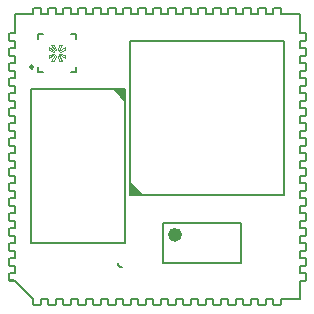
<source format=gbo>
G04 Layer_Color=32896*
%FSLAX43Y43*%
%MOMM*%
G71*
G01*
G75*
%ADD33C,0.150*%
%ADD34C,0.250*%
%ADD35C,0.200*%
%ADD37C,0.600*%
%ADD93C,0.010*%
G36*
X-1320Y-3200D02*
X-2300D01*
Y-2220D01*
X-1320Y-3200D01*
D02*
G37*
G36*
X-2700Y4700D02*
X-3700Y5700D01*
X-2700D01*
Y4700D01*
D02*
G37*
D33*
X-3166Y-9359D02*
X-2975D01*
X-3359Y-9166D02*
X-3166Y-9359D01*
X-3359Y-9166D02*
Y-8975D01*
D34*
X-10500Y7600D02*
G03*
X-10500Y7600I-125J0D01*
G01*
D35*
X-7300Y7200D02*
X-6900D01*
Y7600D01*
Y10000D02*
Y10400D01*
X-7300D02*
X-6900D01*
X-10100D02*
X-9700D01*
X-10100Y10000D02*
Y10400D01*
Y7200D02*
Y7600D01*
Y7200D02*
X-9700D01*
X-2300Y9800D02*
X10700D01*
X-2300Y-3200D02*
X10700D01*
Y9800D01*
X-2300Y-3200D02*
Y9800D01*
Y-2220D02*
X-1320Y-3200D01*
X-10700Y-7300D02*
Y5700D01*
X-2700Y-7300D02*
Y5700D01*
X-10700Y-7300D02*
X-2700D01*
X-10700Y5700D02*
X-2700D01*
X-3700D02*
X-2700Y4700D01*
X7100Y-9000D02*
Y-5600D01*
X500Y-9000D02*
Y-5600D01*
Y-9000D02*
X7100D01*
X500Y-5600D02*
X7100D01*
X9240Y-12080D02*
X9810D01*
X7970D02*
X8540D01*
X6700D02*
X7270D01*
X5430D02*
X6000D01*
X4160D02*
X4730D01*
X2890D02*
X3460D01*
X1620D02*
X2190D01*
X350D02*
X920D01*
X-920D02*
X-350D01*
X-2190D02*
X-1620D01*
X-3460D02*
X-2890D01*
X-4730D02*
X-4160D01*
X-6000D02*
X-5430D01*
X-7270D02*
X-6700D01*
X-8540D02*
X-7970D01*
X-9810D02*
X-9240D01*
X-12480Y-10510D02*
X-12080D01*
X-12580Y-10410D02*
X-12480Y-10510D01*
X-12580Y-10410D02*
Y-9910D01*
X-12480Y-9810D01*
X-12080D01*
X-12480Y-9240D02*
X-12080D01*
X-12580Y-9140D02*
X-12480Y-9240D01*
X-12580Y-9140D02*
Y-8640D01*
X-12480Y-8540D01*
X-12080D01*
X-12480Y-7970D02*
X-12080D01*
X-12580Y-7870D02*
X-12480Y-7970D01*
X-12580Y-7870D02*
Y-7370D01*
X-12480Y-7270D01*
X-12080D01*
X-12480Y-6700D02*
X-12080D01*
X-12580Y-6600D02*
X-12480Y-6700D01*
X-12580Y-6600D02*
Y-6100D01*
X-12480Y-6000D01*
X-12080D01*
X-12480Y-5430D02*
X-12080D01*
X-12580Y-5330D02*
X-12480Y-5430D01*
X-12580Y-5330D02*
Y-4830D01*
X-12480Y-4730D01*
X-12080D01*
X-12480Y-4160D02*
X-12080D01*
X-12580Y-4060D02*
X-12480Y-4160D01*
X-12580Y-4060D02*
Y-3560D01*
X-12480Y-3460D01*
X-12080D01*
X-12480Y-2890D02*
X-12080D01*
X-12580Y-2790D02*
X-12480Y-2890D01*
X-12580Y-2790D02*
Y-2290D01*
X-12480Y-2190D01*
X-12080D01*
X-12480Y-1620D02*
X-12080D01*
X-12580Y-1520D02*
X-12480Y-1620D01*
X-12580Y-1520D02*
Y-1020D01*
X-12480Y-920D01*
X-12080D01*
X-12480Y-350D02*
X-12080D01*
X-12580Y-250D02*
X-12480Y-350D01*
X-12580Y-250D02*
Y250D01*
X-12480Y350D01*
X-12080D01*
X-12480Y920D02*
X-12080D01*
X-12580Y1020D02*
X-12480Y920D01*
X-12580Y1020D02*
Y1520D01*
X-12480Y1620D01*
X-12080D01*
X-12480Y2190D02*
X-12080D01*
X-12580Y2290D02*
X-12480Y2190D01*
X-12580Y2290D02*
Y2790D01*
X-12480Y2890D01*
X-12080D01*
X-12480Y3460D02*
X-12080D01*
X-12580Y3560D02*
X-12480Y3460D01*
X-12580Y3560D02*
Y4060D01*
X-12480Y4160D01*
X-12080D01*
X-12480Y4730D02*
X-12080D01*
X-12580Y4830D02*
X-12480Y4730D01*
X-12580Y4830D02*
Y5330D01*
X-12480Y5430D01*
X-12080D01*
X-12480Y6000D02*
X-12080D01*
X-12580Y6100D02*
X-12480Y6000D01*
X-12580Y6100D02*
Y6600D01*
X-12480Y6700D01*
X-12080D01*
X-12480Y7270D02*
X-12080D01*
X-12580Y7370D02*
X-12480Y7270D01*
X-12580Y7370D02*
Y7870D01*
X-12480Y7970D01*
X-12080D01*
X-12480Y8540D02*
X-12080D01*
X-12580Y8640D02*
X-12480Y8540D01*
X-12580Y8640D02*
Y9140D01*
X-12480Y9240D01*
X-12080D01*
X-12480Y9810D02*
X-12080D01*
X-12580Y9910D02*
X-12480Y9810D01*
X-12580Y9910D02*
Y10410D01*
X-12480Y10510D01*
X-12080D01*
X-10510Y12080D02*
Y12480D01*
X-10410Y12580D01*
X-9910D01*
X-9810Y12480D01*
Y12080D02*
Y12480D01*
X-9240Y12080D02*
Y12480D01*
X-9140Y12580D01*
X-8640D01*
X-8540Y12480D01*
Y12080D02*
Y12480D01*
X-7970Y12080D02*
Y12480D01*
X-7870Y12580D01*
X-7370D01*
X-7270Y12480D01*
Y12080D02*
Y12480D01*
X-6700Y12080D02*
Y12480D01*
X-6600Y12580D01*
X-6100D01*
X-6000Y12480D01*
Y12080D02*
Y12480D01*
X-5430Y12080D02*
Y12480D01*
X-5330Y12580D01*
X-4830D01*
X-4730Y12480D01*
Y12080D02*
Y12480D01*
X-4160Y12080D02*
Y12480D01*
X-4060Y12580D01*
X-3560D01*
X-3460Y12480D01*
Y12080D02*
Y12480D01*
X-2890Y12080D02*
Y12480D01*
X-2790Y12580D01*
X-2290D01*
X-2190Y12480D01*
Y12080D02*
Y12480D01*
X-1620Y12080D02*
Y12480D01*
X-1520Y12580D01*
X-1020D01*
X-920Y12480D01*
Y12080D02*
Y12480D01*
X-350Y12080D02*
Y12480D01*
X-250Y12580D01*
X250D01*
X350Y12480D01*
Y12080D02*
Y12480D01*
X920Y12080D02*
Y12480D01*
X1020Y12580D01*
X1520D01*
X1620Y12480D01*
Y12080D02*
Y12480D01*
X2190Y12080D02*
Y12480D01*
X2290Y12580D01*
X2790D01*
X2890Y12480D01*
Y12080D02*
Y12480D01*
X3460Y12080D02*
Y12480D01*
X3560Y12580D01*
X4060D01*
X4160Y12480D01*
Y12080D02*
Y12480D01*
X4730Y12080D02*
Y12480D01*
X4830Y12580D01*
X5330D01*
X5430Y12480D01*
Y12080D02*
Y12480D01*
X6000Y12080D02*
Y12480D01*
X6100Y12580D01*
X6600D01*
X6700Y12480D01*
Y12080D02*
Y12480D01*
X7270Y12080D02*
Y12480D01*
X7370Y12580D01*
X7870D01*
X7970Y12480D01*
Y12080D02*
Y12480D01*
X8540Y12080D02*
Y12480D01*
X8640Y12580D01*
X9140D01*
X9240Y12480D01*
Y12080D02*
Y12480D01*
X9810Y12080D02*
Y12480D01*
X9910Y12580D01*
X10410D01*
X10510Y12480D01*
Y12080D02*
Y12480D01*
X12080Y10510D02*
X12480D01*
X12580Y10410D01*
Y9910D02*
Y10410D01*
X12480Y9810D02*
X12580Y9910D01*
X12080Y9810D02*
X12480D01*
X12080Y9240D02*
X12480D01*
X12580Y9140D01*
Y8640D02*
Y9140D01*
X12480Y8540D02*
X12580Y8640D01*
X12080Y8540D02*
X12480D01*
X12080Y7970D02*
X12480D01*
X12580Y7870D01*
Y7370D02*
Y7870D01*
X12480Y7270D02*
X12580Y7370D01*
X12080Y7270D02*
X12480D01*
X12080Y6700D02*
X12480D01*
X12580Y6600D01*
Y6100D02*
Y6600D01*
X12480Y6000D02*
X12580Y6100D01*
X12080Y6000D02*
X12480D01*
X12080Y5430D02*
X12480D01*
X12580Y5330D01*
Y4830D02*
Y5330D01*
X12480Y4730D02*
X12580Y4830D01*
X12080Y4730D02*
X12480D01*
X12080Y4160D02*
X12480D01*
X12580Y4060D01*
Y3560D02*
Y4060D01*
X12480Y3460D02*
X12580Y3560D01*
X12080Y3460D02*
X12480D01*
X12080Y2890D02*
X12480D01*
X12580Y2790D01*
Y2290D02*
Y2790D01*
X12480Y2190D02*
X12580Y2290D01*
X12080Y2190D02*
X12480D01*
X12080Y1620D02*
X12480D01*
X12580Y1520D01*
Y1020D02*
Y1520D01*
X12480Y920D02*
X12580Y1020D01*
X12080Y920D02*
X12480D01*
X12080Y350D02*
X12480D01*
X12580Y250D01*
Y-250D02*
Y250D01*
X12480Y-350D02*
X12580Y-250D01*
X12080Y-350D02*
X12480D01*
X12080Y-920D02*
X12480D01*
X12580Y-1020D01*
Y-1520D02*
Y-1020D01*
X12480Y-1620D02*
X12580Y-1520D01*
X12080Y-1620D02*
X12480D01*
X12080Y-2190D02*
X12480D01*
X12580Y-2290D01*
Y-2790D02*
Y-2290D01*
X12480Y-2890D02*
X12580Y-2790D01*
X12080Y-2890D02*
X12480D01*
X12080Y-3460D02*
X12480D01*
X12580Y-3560D01*
Y-4060D02*
Y-3560D01*
X12480Y-4160D02*
X12580Y-4060D01*
X12080Y-4160D02*
X12480D01*
X12080Y-4730D02*
X12480D01*
X12580Y-4830D01*
Y-5330D02*
Y-4830D01*
X12480Y-5430D02*
X12580Y-5330D01*
X12080Y-5430D02*
X12480D01*
X12080Y-6000D02*
X12480D01*
X12580Y-6100D01*
Y-6600D02*
Y-6100D01*
X12480Y-6700D02*
X12580Y-6600D01*
X12080Y-6700D02*
X12480D01*
X12080Y-7270D02*
X12480D01*
X12580Y-7370D01*
Y-7870D02*
Y-7370D01*
X12480Y-7970D02*
X12580Y-7870D01*
X12080Y-7970D02*
X12480D01*
X12080Y-8540D02*
X12480D01*
X12580Y-8640D01*
Y-9140D02*
Y-8640D01*
X12480Y-9240D02*
X12580Y-9140D01*
X12080Y-9240D02*
X12480D01*
X12080Y-9810D02*
X12480D01*
X12580Y-9910D01*
Y-10410D02*
Y-9910D01*
X12480Y-10510D02*
X12580Y-10410D01*
X12080Y-10510D02*
X12480D01*
X10510Y-12480D02*
Y-12080D01*
X10410Y-12580D02*
X10510Y-12480D01*
X9910Y-12580D02*
X10410D01*
X9810Y-12480D02*
X9910Y-12580D01*
X9810Y-12480D02*
Y-12080D01*
X9240Y-12480D02*
Y-12080D01*
X9140Y-12580D02*
X9240Y-12480D01*
X8640Y-12580D02*
X9140D01*
X8540Y-12480D02*
X8640Y-12580D01*
X8540Y-12480D02*
Y-12080D01*
X7970Y-12480D02*
Y-12080D01*
X7870Y-12580D02*
X7970Y-12480D01*
X7370Y-12580D02*
X7870D01*
X7270Y-12480D02*
X7370Y-12580D01*
X7270Y-12480D02*
Y-12080D01*
X6700Y-12480D02*
Y-12080D01*
X6600Y-12580D02*
X6700Y-12480D01*
X6100Y-12580D02*
X6600D01*
X6000Y-12480D02*
X6100Y-12580D01*
X6000Y-12480D02*
Y-12080D01*
X5430Y-12480D02*
Y-12080D01*
X5330Y-12580D02*
X5430Y-12480D01*
X4830Y-12580D02*
X5330D01*
X4730Y-12480D02*
X4830Y-12580D01*
X4730Y-12480D02*
Y-12080D01*
X4160Y-12480D02*
Y-12080D01*
X4060Y-12580D02*
X4160Y-12480D01*
X3560Y-12580D02*
X4060D01*
X3460Y-12480D02*
X3560Y-12580D01*
X3460Y-12480D02*
Y-12080D01*
X2890Y-12480D02*
Y-12080D01*
X2790Y-12580D02*
X2890Y-12480D01*
X2290Y-12580D02*
X2790D01*
X2190Y-12480D02*
X2290Y-12580D01*
X2190Y-12480D02*
Y-12080D01*
X1620Y-12480D02*
Y-12080D01*
X1520Y-12580D02*
X1620Y-12480D01*
X1020Y-12580D02*
X1520D01*
X920Y-12480D02*
X1020Y-12580D01*
X920Y-12480D02*
Y-12080D01*
X350Y-12480D02*
Y-12080D01*
X250Y-12580D02*
X350Y-12480D01*
X-250Y-12580D02*
X250D01*
X-350Y-12480D02*
X-250Y-12580D01*
X-350Y-12480D02*
Y-12080D01*
X-920Y-12480D02*
Y-12080D01*
X-1020Y-12580D02*
X-920Y-12480D01*
X-1520Y-12580D02*
X-1020D01*
X-1620Y-12480D02*
X-1520Y-12580D01*
X-1620Y-12480D02*
Y-12080D01*
X-2190Y-12480D02*
Y-12080D01*
X-2290Y-12580D02*
X-2190Y-12480D01*
X-2790Y-12580D02*
X-2290D01*
X-2890Y-12480D02*
X-2790Y-12580D01*
X-2890Y-12480D02*
Y-12080D01*
X-3460Y-12480D02*
Y-12080D01*
X-3560Y-12580D02*
X-3460Y-12480D01*
X-4060Y-12580D02*
X-3560D01*
X-4160Y-12480D02*
X-4060Y-12580D01*
X-4160Y-12480D02*
Y-12080D01*
X-4730Y-12480D02*
Y-12080D01*
X-4830Y-12580D02*
X-4730Y-12480D01*
X-5330Y-12580D02*
X-4830D01*
X-5430Y-12480D02*
X-5330Y-12580D01*
X-5430Y-12480D02*
Y-12080D01*
X-6000Y-12480D02*
Y-12080D01*
X-6100Y-12580D02*
X-6000Y-12480D01*
X-6600Y-12580D02*
X-6100D01*
X-6700Y-12480D02*
X-6600Y-12580D01*
X-6700Y-12480D02*
Y-12080D01*
X-7270Y-12480D02*
Y-12080D01*
X-7370Y-12580D02*
X-7270Y-12480D01*
X-7870Y-12580D02*
X-7370D01*
X-7970Y-12480D02*
X-7870Y-12580D01*
X-7970Y-12480D02*
Y-12080D01*
X-8540Y-12480D02*
Y-12080D01*
X-8640Y-12580D02*
X-8540Y-12480D01*
X-9140Y-12580D02*
X-8640D01*
X-9240Y-12480D02*
X-9140Y-12580D01*
X-9240Y-12480D02*
Y-12080D01*
X-9810Y-12480D02*
Y-12080D01*
X-9910Y-12580D02*
X-9810Y-12480D01*
X-10410Y-12580D02*
X-9910D01*
X-10510Y-12480D02*
X-10410Y-12580D01*
X-10510Y-12480D02*
Y-12080D01*
X-12446Y-10465D02*
X-12090D01*
X-12573Y-10338D02*
X-12446Y-10465D01*
X-12573Y-10338D02*
Y-9982D01*
X-12446Y-9855D01*
X-12090D01*
X-12080Y-9810D02*
Y-9240D01*
Y-8540D02*
Y-7970D01*
Y-7270D02*
Y-6700D01*
Y-6000D02*
Y-5430D01*
Y-4730D02*
Y-4160D01*
Y-3460D02*
Y-2890D01*
Y-2190D02*
Y-1620D01*
Y-920D02*
Y-350D01*
Y350D02*
Y920D01*
Y1620D02*
Y2190D01*
Y2890D02*
Y3460D01*
Y4160D02*
Y4730D01*
Y5430D02*
Y6000D01*
Y6700D02*
Y7270D01*
Y7970D02*
Y8540D01*
Y9240D02*
Y9810D01*
X-9810Y12080D02*
X-9240D01*
X-8540D02*
X-7970D01*
X-7270D02*
X-6700D01*
X-6000D02*
X-5430D01*
X-4730D02*
X-4160D01*
X-3460D02*
X-2890D01*
X-2190D02*
X-1620D01*
X-920D02*
X-350D01*
X350D02*
X920D01*
X1620D02*
X2190D01*
X2890D02*
X3460D01*
X4160D02*
X4730D01*
X5430D02*
X6000D01*
X6700D02*
X7270D01*
X7970D02*
X8540D01*
X9240D02*
X9810D01*
X12080Y9240D02*
Y9810D01*
Y7970D02*
Y8540D01*
Y6700D02*
Y7270D01*
Y5430D02*
Y6000D01*
Y4160D02*
Y4730D01*
Y2890D02*
Y3460D01*
Y1620D02*
Y2190D01*
Y350D02*
Y920D01*
Y-920D02*
Y-350D01*
Y-2190D02*
Y-1620D01*
Y-3460D02*
Y-2890D01*
Y-4730D02*
Y-4160D01*
Y-6000D02*
Y-5430D01*
Y-7270D02*
Y-6700D01*
Y-8540D02*
Y-7970D01*
Y-9810D02*
Y-9240D01*
X10510Y-12080D02*
X12080D01*
Y-10510D01*
X10510Y12080D02*
X12080D01*
Y10510D02*
Y12080D01*
X-12080Y10510D02*
Y12080D01*
X-10510D01*
X-12080Y-10510D02*
X-10510Y-12080D01*
D37*
X1800Y-6600D02*
G03*
X1800Y-6600I-300J0D01*
G01*
D93*
X-7800Y8340D02*
Y8590D01*
X-8260Y8730D02*
X-7800Y8590D01*
X-8290Y8660D02*
X-8260Y8730D01*
X-8290Y8660D02*
X-7800Y8340D01*
Y9010D02*
Y9260D01*
X-8290Y8940D02*
X-7800Y9260D01*
X-8290Y8940D02*
X-8260Y8870D01*
X-7800Y9010D01*
X-8360D02*
X-8040Y9500D01*
X-8290D02*
X-8040D01*
X-8430Y9040D02*
X-8290Y9500D01*
X-8430Y9040D02*
X-8360Y9010D01*
X-8710Y9500D02*
X-8570Y9040D01*
X-8960Y9500D02*
X-8710D01*
X-8960D02*
X-8640Y9010D01*
X-8570Y9040D01*
X-8740Y8870D02*
X-8710Y8940D01*
X-9200Y9260D02*
X-8710Y8940D01*
X-9200Y9010D02*
Y9260D01*
Y9010D02*
X-8740Y8870D01*
Y8730D02*
X-8710Y8660D01*
X-9200Y8590D02*
X-8740Y8730D01*
X-9200Y8340D02*
Y8590D01*
Y8340D02*
X-8710Y8660D01*
Y8100D02*
X-8570Y8560D01*
X-8640Y8590D02*
X-8570Y8560D01*
X-8960Y8100D02*
X-8640Y8590D01*
X-8960Y8100D02*
X-8710D01*
X-8360Y8590D02*
X-8040Y8100D01*
X-8430Y8560D02*
X-8360Y8590D01*
X-8430Y8560D02*
X-8290Y8100D01*
X-8040D01*
M02*

</source>
